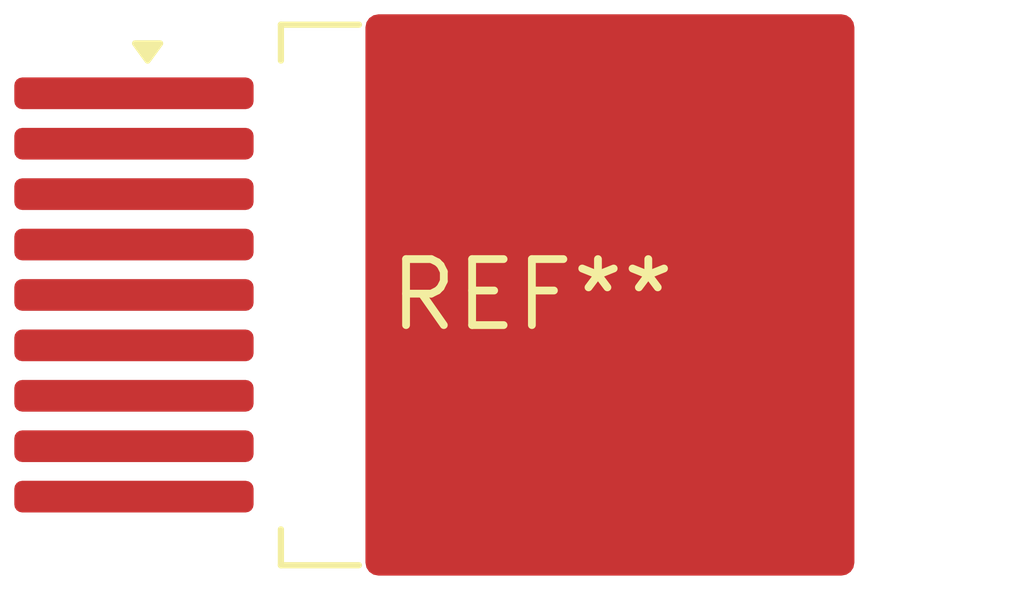
<source format=kicad_pcb>
(kicad_pcb (version 20240108) (generator pcbnew)
  (layers (0 "F.Cu" signal) (31 "B.Cu" signal) (34 "B.Paste" user) (35 "F.Paste" user) (36 "B.SilkS" user "B.Silkscreen") (37 "F.SilkS" user "F.Silkscreen") (38 "B.Mask" user) (39 "F.Mask" user) (44 "Edge.Cuts" user))
  (net 0 "")
  (footprint "TO-263-9_TabPin5" (layer "F.Cu") (at 0 0)
    (property "Reference" "REF**")
    (property "Value" "TO-263-9_TabPin5")
    (fp_line (start -4.825 -5.2) (end -4.825 -4.51) (layer "F.SilkS") (stroke (width 0.12)))
    (fp_line (start -4.825 5.2) (end -4.825 4.51) (layer "F.SilkS") (stroke (width 0.12)))
    (fp_line (start -3.325 -5.2) (end -4.825 -5.2) (layer "F.SilkS") (stroke (width 0.12)))
    (fp_line (start -3.325 5.2) (end -4.825 5.2) (layer "F.SilkS") (stroke (width 0.12)))
    (fp_poly (pts (xy -7.3875 -4.51) (xy -7.6275 -4.84) (xy -7.1475 -4.84) (xy -7.3875 -4.51)) (layer "F.SilkS") (stroke (width 0.12)) (fill solid))
    (pad "1" smd roundrect (at -7.65 -3.88) (size 4.6 0.61) (layers "F.Cu" "F.Paste" "F.Mask"))
    (pad "2" smd roundrect (at -7.65 -2.91) (size 4.6 0.61) (layers "F.Cu" "F.Paste" "F.Mask"))
    (pad "3" smd roundrect (at -7.65 -1.94) (size 4.6 0.61) (layers "F.Cu" "F.Paste" "F.Mask"))
    (pad "4" smd roundrect (at -7.65 -0.97) (size 4.6 0.61) (layers "F.Cu" "F.Paste" "F.Mask"))
    (pad "5" smd roundrect (at -7.65 0) (size 4.6 0.61) (layers "F.Cu" "F.Paste" "F.Mask"))
    (pad "5" smd roundrect (at 1.5 0) (size 9.4 10.8) (layers "F.Cu" "F.Mask") (roundrect_rratio 0.02659574468))
    (pad "6" smd roundrect (at -7.65 0.97) (size 4.6 0.61) (layers "F.Cu" "F.Paste" "F.Mask"))
    (pad "7" smd roundrect (at -7.65 1.94) (size 4.6 0.61) (layers "F.Cu" "F.Paste" "F.Mask"))
    (pad "8" smd roundrect (at -7.65 2.91) (size 4.6 0.61) (layers "F.Cu" "F.Paste" "F.Mask"))
    (pad "9" smd roundrect (at -7.65 3.88) (size 4.6 0.61) (layers "F.Cu" "F.Paste" "F.Mask"))
  )
)
</source>
